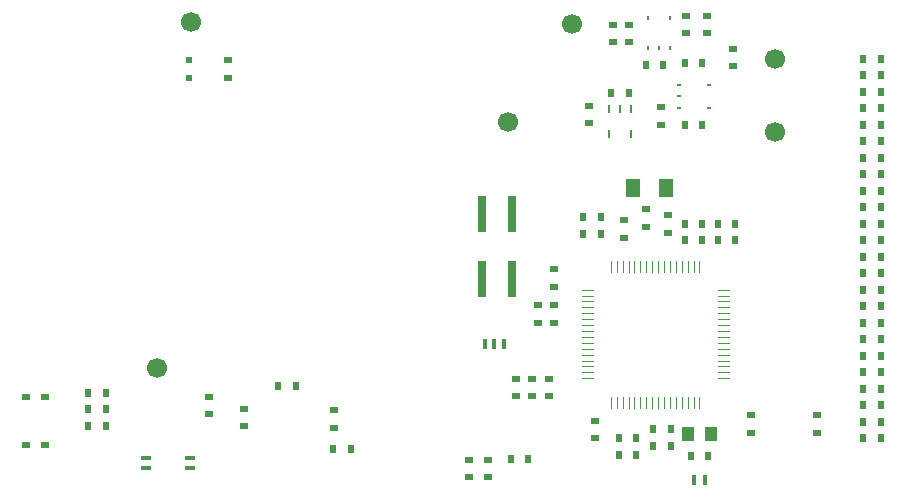
<source format=gtp>
G04 (created by PCBNEW (2013-05-31 BZR 4019)-stable) date 6/27/2014 12:56:33 PM*
%MOIN*%
G04 Gerber Fmt 3.4, Leading zero omitted, Abs format*
%FSLAX34Y34*%
G01*
G70*
G90*
G04 APERTURE LIST*
%ADD10C,0.00590551*%
%ADD11R,0.008X0.018*%
%ADD12R,0.018X0.008*%
%ADD13R,0.0273701X0.0234331*%
%ADD14R,0.0392X0.0018*%
%ADD15R,0.0018X0.0392*%
%ADD16R,0.0392X0.047*%
%ADD17C,0.0667*%
%ADD18R,0.0281575X0.123827*%
%ADD19R,0.0116X0.0274*%
%ADD20R,0.0274X0.0234*%
%ADD21R,0.0234X0.0274*%
%ADD22R,0.051X0.059*%
%ADD23R,0.038X0.004*%
%ADD24R,0.013X0.038*%
%ADD25R,0.038X0.013*%
%ADD26R,0.0194X0.0194*%
%ADD27R,0.0041X0.0282*%
G04 APERTURE END LIST*
G54D10*
G54D11*
X-9675Y-1650D03*
X-8925Y-1650D03*
X-9675Y-650D03*
X-9300Y-1650D03*
X-8925Y-650D03*
G54D12*
X-8650Y-2875D03*
X-8650Y-3625D03*
X-7650Y-2875D03*
X-8650Y-3250D03*
X-7650Y-3625D03*
G54D13*
X-30414Y-14882D03*
X-29785Y-14882D03*
X-30414Y-13267D03*
X-29785Y-13267D03*
G54D14*
X-7136Y-12086D03*
X-7136Y-11889D03*
X-7136Y-11692D03*
X-7136Y-11495D03*
X-7136Y-11298D03*
X-7136Y-12676D03*
X-7136Y-12480D03*
X-7136Y-12283D03*
G54D15*
X-7924Y-8936D03*
X-8120Y-8936D03*
X-8317Y-8936D03*
X-8514Y-8936D03*
X-8711Y-8936D03*
X-8908Y-8936D03*
X-9105Y-8936D03*
X-9302Y-8936D03*
G54D14*
X-11664Y-9724D03*
X-11664Y-9920D03*
X-11664Y-10117D03*
X-11664Y-10314D03*
X-11664Y-10511D03*
X-11664Y-10708D03*
X-11664Y-10905D03*
X-11664Y-11102D03*
G54D15*
X-10876Y-13464D03*
X-10680Y-13464D03*
X-10483Y-13464D03*
X-10286Y-13464D03*
X-10089Y-13464D03*
X-9892Y-13464D03*
X-9695Y-13464D03*
X-9498Y-13464D03*
G54D14*
X-7136Y-11102D03*
X-7136Y-10905D03*
X-7136Y-10708D03*
G54D15*
X-9498Y-8936D03*
X-9695Y-8936D03*
X-9892Y-8936D03*
G54D14*
X-11664Y-11298D03*
X-11664Y-11495D03*
X-11664Y-11692D03*
G54D15*
X-9302Y-13464D03*
X-9105Y-13464D03*
X-8908Y-13464D03*
G54D14*
X-7136Y-10511D03*
X-7136Y-10314D03*
X-7136Y-10117D03*
X-7136Y-9920D03*
X-7136Y-9724D03*
G54D15*
X-10089Y-8936D03*
X-10286Y-8936D03*
X-10483Y-8936D03*
X-10680Y-8936D03*
X-10876Y-8936D03*
G54D14*
X-11664Y-11889D03*
X-11664Y-12086D03*
X-11664Y-12283D03*
X-11664Y-12480D03*
X-11664Y-12676D03*
G54D15*
X-8711Y-13464D03*
X-8514Y-13464D03*
X-8317Y-13464D03*
X-8120Y-13464D03*
X-7924Y-13464D03*
G54D16*
X-7575Y-14500D03*
X-8325Y-14500D03*
G54D17*
X-26025Y-12300D03*
X-5450Y-4450D03*
G54D18*
X-14200Y-7177D03*
X-14200Y-9322D03*
X-15200Y-7177D03*
X-15200Y-9322D03*
G54D17*
X-12200Y-850D03*
G54D19*
X-10225Y-3684D03*
X-10975Y-3684D03*
X-10600Y-3684D03*
X-10975Y-4516D03*
X-10225Y-4516D03*
G54D20*
X-10300Y-854D03*
X-10300Y-1446D03*
G54D21*
X-7854Y-2150D03*
X-8446Y-2150D03*
G54D17*
X-5425Y-2000D03*
G54D22*
X-10175Y-6300D03*
X-9075Y-6300D03*
G54D20*
X-9000Y-7204D03*
X-9000Y-7796D03*
G54D17*
X-14350Y-4100D03*
X-24900Y-775D03*
G54D23*
X-26850Y-13740D03*
X-26850Y-13995D03*
X-26850Y-14255D03*
X-26850Y-14510D03*
X-25100Y-14510D03*
X-25100Y-14255D03*
X-25100Y-13995D03*
X-25100Y-13740D03*
G54D21*
X-8246Y-15250D03*
X-7654Y-15250D03*
X-21404Y-12900D03*
X-21996Y-12900D03*
G54D20*
X-6825Y-2246D03*
X-6825Y-1654D03*
X-8400Y-554D03*
X-8400Y-1146D03*
G54D21*
X-10054Y-14650D03*
X-10646Y-14650D03*
X-7854Y-4200D03*
X-8446Y-4200D03*
G54D20*
X-10850Y-854D03*
X-10850Y-1446D03*
G54D21*
X-9746Y-2200D03*
X-9154Y-2200D03*
G54D20*
X-9250Y-3604D03*
X-9250Y-4196D03*
X-11650Y-4146D03*
X-11650Y-3554D03*
G54D21*
X-10304Y-3150D03*
X-10896Y-3150D03*
X-2496Y-13550D03*
X-1904Y-13550D03*
X-2496Y-12450D03*
X-1904Y-12450D03*
X-2496Y-11350D03*
X-1904Y-11350D03*
X-2496Y-10250D03*
X-1904Y-10250D03*
X-2496Y-8050D03*
X-1904Y-8050D03*
X-2496Y-6950D03*
X-1904Y-6950D03*
X-2496Y-5300D03*
X-1904Y-5300D03*
X-2496Y-9150D03*
X-1904Y-9150D03*
X-9496Y-14350D03*
X-8904Y-14350D03*
X-7346Y-7500D03*
X-6754Y-7500D03*
X-7854Y-7500D03*
X-8446Y-7500D03*
G54D20*
X-7700Y-554D03*
X-7700Y-1146D03*
X-9750Y-7596D03*
X-9750Y-7004D03*
G54D21*
X-2496Y-2550D03*
X-1904Y-2550D03*
G54D20*
X-12800Y-10204D03*
X-12800Y-10796D03*
X-6225Y-13879D03*
X-6225Y-14471D03*
G54D21*
X-7346Y-8050D03*
X-6754Y-8050D03*
X-9496Y-14900D03*
X-8904Y-14900D03*
X-7854Y-8050D03*
X-8446Y-8050D03*
X-20171Y-15000D03*
X-19579Y-15000D03*
G54D20*
X-23150Y-14246D03*
X-23150Y-13654D03*
G54D21*
X-2496Y-4750D03*
X-1904Y-4750D03*
G54D20*
X-20150Y-14296D03*
X-20150Y-13704D03*
G54D21*
X-10054Y-15200D03*
X-10646Y-15200D03*
G54D20*
X-11425Y-14646D03*
X-11425Y-14054D03*
G54D21*
X-2496Y-3100D03*
X-1904Y-3100D03*
G54D20*
X-10475Y-7971D03*
X-10475Y-7379D03*
X-4025Y-14471D03*
X-4025Y-13879D03*
G54D21*
X-1904Y-14650D03*
X-2496Y-14650D03*
X-1904Y-3650D03*
X-2496Y-3650D03*
X-1904Y-10800D03*
X-2496Y-10800D03*
X-1904Y-4200D03*
X-2496Y-4200D03*
X-1904Y-5850D03*
X-2496Y-5850D03*
X-1904Y-6400D03*
X-2496Y-6400D03*
X-1904Y-7500D03*
X-2496Y-7500D03*
X-1904Y-8600D03*
X-2496Y-8600D03*
X-1904Y-9700D03*
X-2496Y-9700D03*
X-1904Y-13000D03*
X-2496Y-13000D03*
X-1904Y-14100D03*
X-2496Y-14100D03*
X-1904Y-11900D03*
X-2496Y-11900D03*
G54D20*
X-14075Y-12654D03*
X-14075Y-13246D03*
X-15650Y-15354D03*
X-15650Y-15946D03*
X-15000Y-15354D03*
X-15000Y-15946D03*
X-24300Y-13254D03*
X-24300Y-13846D03*
G54D21*
X-28321Y-13675D03*
X-27729Y-13675D03*
X-28321Y-13125D03*
X-27729Y-13125D03*
X-28321Y-14225D03*
X-27729Y-14225D03*
X-14246Y-15350D03*
X-13654Y-15350D03*
G54D20*
X-13350Y-10204D03*
X-13350Y-10796D03*
G54D21*
X-1904Y-2000D03*
X-2496Y-2000D03*
G54D20*
X-12800Y-9596D03*
X-12800Y-9004D03*
X-12975Y-12654D03*
X-12975Y-13246D03*
X-13525Y-12654D03*
X-13525Y-13246D03*
G54D24*
X-15120Y-11500D03*
X-14800Y-11500D03*
X-14480Y-11500D03*
X-8127Y-16050D03*
X-7773Y-16050D03*
G54D25*
X-26400Y-15318D03*
X-26400Y-15637D03*
X-24925Y-15318D03*
X-24925Y-15637D03*
G54D21*
X-11821Y-7825D03*
X-11229Y-7825D03*
X-11821Y-7275D03*
X-11229Y-7275D03*
G54D20*
X-23680Y-2034D03*
X-23680Y-2626D03*
G54D26*
X-24960Y-2625D03*
X-24960Y-2035D03*
G54D27*
X-5509Y-15081D03*
X-5253Y-15081D03*
X-4997Y-15081D03*
X-4741Y-15081D03*
X-4741Y-13269D03*
X-4997Y-13269D03*
X-5253Y-13269D03*
X-5509Y-13269D03*
M02*

</source>
